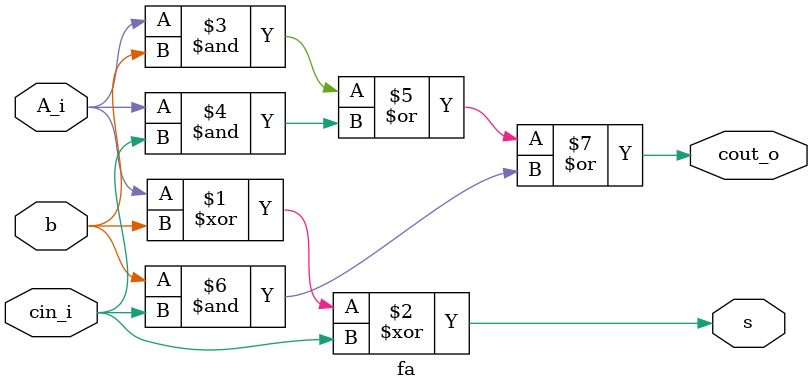
<source format=v>
`timescale 1ns / 1ps

module fa(          // Full Adder module that computes the sum of three inputs: A, B, and carry-in (cin)
    input A_i,      // Input bit A - 1st operand (single bit)
    input b,        // Input bit B - 2nd operand (single bit)
    input cin_i,    // Input carry-in from the previous bit (0 for the least significant bit or as passed along in subsequent bits)
    output s,       // Output sum bit (the result of adding A, B, and carry-in for this bit)
    output cout_o   // Output carry-out (indicates whether there was a carry to the next bit)
);

    // Sum bit (s): The sum for this bit is calculated using XOR (exclusive OR) logic.
    // It adds A_i, b, and cin_i, where the XOR operation effectively computes the sum modulo 2.
    // The sum bit is 1 if an odd number of the inputs are 1, and 0 if an even number of inputs are 1.
    assign s = A_i ^ b ^ cin_i;  // XOR the three inputs to calculate the sum for the current bit.

    // Carry-out (cout_o): The carry-out is set when any two or more of the inputs are 1.
    // This is because, in binary addition, if two bits are 1, the result is 10, so a carry of 1 is generated.
    // The formula for carry-out (cout_o) is derived from the sum-of-products form:
    //   - Carry is generated if A_i and b are both 1
    //   - Carry is generated if A_i and cin_i are both 1
    //   - Carry is generated if b and cin_i are both 1
    assign cout_o = (A_i & b) | (A_i & cin_i) | (b & cin_i); // Carry-out is true if any two of the three inputs are 1.

endmodule


</source>
